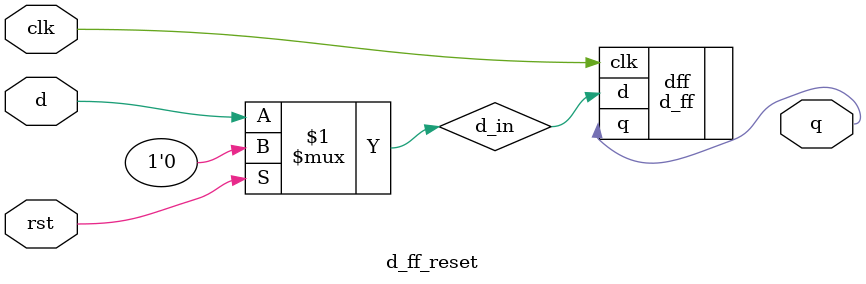
<source format=v>
`timescale 1ns / 1ps


module d_ff_reset
(   input wire clk, rst,
    input wire d,
    output wire q);
    
    /*    
    always @(posedge clk, posedge rst) begin
        q <= d;
        if(rst) 
            q <= 1'b0;
    end
    */
    
    wire d_in;
    
    assign d_in = rst ? 1'b0 : d;
    
    d_ff dff(.clk(clk), .d(d_in), .q(q));
endmodule

</source>
